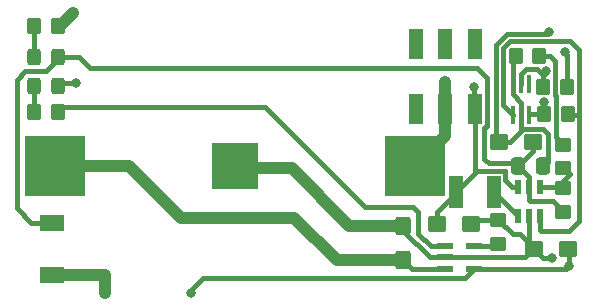
<source format=gbr>
%TF.GenerationSoftware,KiCad,Pcbnew,(6.0.2)*%
%TF.CreationDate,2023-05-04T12:33:08+02:00*%
%TF.ProjectId,ArduBatt,41726475-4261-4747-942e-6b696361645f,rev?*%
%TF.SameCoordinates,Original*%
%TF.FileFunction,Copper,L1,Top*%
%TF.FilePolarity,Positive*%
%FSLAX46Y46*%
G04 Gerber Fmt 4.6, Leading zero omitted, Abs format (unit mm)*
G04 Created by KiCad (PCBNEW (6.0.2)) date 2023-05-04 12:33:08*
%MOMM*%
%LPD*%
G01*
G04 APERTURE LIST*
G04 Aperture macros list*
%AMRoundRect*
0 Rectangle with rounded corners*
0 $1 Rounding radius*
0 $2 $3 $4 $5 $6 $7 $8 $9 X,Y pos of 4 corners*
0 Add a 4 corners polygon primitive as box body*
4,1,4,$2,$3,$4,$5,$6,$7,$8,$9,$2,$3,0*
0 Add four circle primitives for the rounded corners*
1,1,$1+$1,$2,$3*
1,1,$1+$1,$4,$5*
1,1,$1+$1,$6,$7*
1,1,$1+$1,$8,$9*
0 Add four rect primitives between the rounded corners*
20,1,$1+$1,$2,$3,$4,$5,0*
20,1,$1+$1,$4,$5,$6,$7,0*
20,1,$1+$1,$6,$7,$8,$9,0*
20,1,$1+$1,$8,$9,$2,$3,0*%
G04 Aperture macros list end*
%TA.AperFunction,SMDPad,CuDef*%
%ADD10RoundRect,0.250000X-0.337500X-0.475000X0.337500X-0.475000X0.337500X0.475000X-0.337500X0.475000X0*%
%TD*%
%TA.AperFunction,SMDPad,CuDef*%
%ADD11R,2.100000X1.400000*%
%TD*%
%TA.AperFunction,SMDPad,CuDef*%
%ADD12RoundRect,0.250000X0.425000X-0.537500X0.425000X0.537500X-0.425000X0.537500X-0.425000X-0.537500X0*%
%TD*%
%TA.AperFunction,SMDPad,CuDef*%
%ADD13RoundRect,0.250000X-0.325000X-0.450000X0.325000X-0.450000X0.325000X0.450000X-0.325000X0.450000X0*%
%TD*%
%TA.AperFunction,SMDPad,CuDef*%
%ADD14RoundRect,0.250000X-0.450000X0.350000X-0.450000X-0.350000X0.450000X-0.350000X0.450000X0.350000X0*%
%TD*%
%TA.AperFunction,SMDPad,CuDef*%
%ADD15RoundRect,0.250000X0.350000X0.450000X-0.350000X0.450000X-0.350000X-0.450000X0.350000X-0.450000X0*%
%TD*%
%TA.AperFunction,SMDPad,CuDef*%
%ADD16RoundRect,0.250000X0.537500X0.425000X-0.537500X0.425000X-0.537500X-0.425000X0.537500X-0.425000X0*%
%TD*%
%TA.AperFunction,SMDPad,CuDef*%
%ADD17R,1.400000X0.600000*%
%TD*%
%TA.AperFunction,SMDPad,CuDef*%
%ADD18RoundRect,0.250000X-0.350000X-0.450000X0.350000X-0.450000X0.350000X0.450000X-0.350000X0.450000X0*%
%TD*%
%TA.AperFunction,SMDPad,CuDef*%
%ADD19RoundRect,0.250000X-0.537500X-0.425000X0.537500X-0.425000X0.537500X0.425000X-0.537500X0.425000X0*%
%TD*%
%TA.AperFunction,SMDPad,CuDef*%
%ADD20R,1.200000X2.500000*%
%TD*%
%TA.AperFunction,SMDPad,CuDef*%
%ADD21R,0.400000X1.500000*%
%TD*%
%TA.AperFunction,SMDPad,CuDef*%
%ADD22RoundRect,0.250000X0.450000X-0.350000X0.450000X0.350000X-0.450000X0.350000X-0.450000X-0.350000X0*%
%TD*%
%TA.AperFunction,SMDPad,CuDef*%
%ADD23R,0.600000X1.200000*%
%TD*%
%TA.AperFunction,SMDPad,CuDef*%
%ADD24R,1.143000X2.692400*%
%TD*%
%TA.AperFunction,SMDPad,CuDef*%
%ADD25R,5.080000X5.080000*%
%TD*%
%TA.AperFunction,SMDPad,CuDef*%
%ADD26R,3.960000X3.960000*%
%TD*%
%TA.AperFunction,ViaPad*%
%ADD27C,0.800000*%
%TD*%
%TA.AperFunction,Conductor*%
%ADD28C,0.400000*%
%TD*%
%TA.AperFunction,Conductor*%
%ADD29C,1.000000*%
%TD*%
G04 APERTURE END LIST*
D10*
%TO.P,C5,1*%
%TO.N,+5V*%
X147962500Y-79000000D03*
%TO.P,C5,2*%
%TO.N,GND*%
X150037500Y-79000000D03*
%TD*%
D11*
%TO.P,D2,1,K*%
%TO.N,Net-(D2-Pad1)*%
X108500000Y-88200000D03*
%TO.P,D2,2,A*%
%TO.N,+5V*%
X108500000Y-83800000D03*
%TD*%
D12*
%TO.P,C4,1*%
%TO.N,+BATT*%
X138250000Y-86937500D03*
%TO.P,C4,2*%
%TO.N,GND*%
X138250000Y-84062500D03*
%TD*%
D13*
%TO.P,D1,1,K*%
%TO.N,Net-(D1-Pad1)*%
X106975000Y-69750000D03*
%TO.P,D1,2,A*%
%TO.N,+5V*%
X109025000Y-69750000D03*
%TD*%
D14*
%TO.P,R8,1*%
%TO.N,GND*%
X146300000Y-83600000D03*
%TO.P,R8,2*%
%TO.N,Net-(IC3-Pad5)*%
X146300000Y-85600000D03*
%TD*%
D15*
%TO.P,R4,1*%
%TO.N,GND*%
X109000000Y-67200000D03*
%TO.P,R4,2*%
%TO.N,Net-(D1-Pad1)*%
X107000000Y-67200000D03*
%TD*%
D16*
%TO.P,C1,1*%
%TO.N,+5V*%
X149237500Y-77000000D03*
%TO.P,C1,2*%
%TO.N,GND*%
X146362500Y-77000000D03*
%TD*%
D17*
%TO.P,IC3,1,STAT*%
%TO.N,Net-(IC3-Pad1)*%
X141750000Y-85800000D03*
%TO.P,IC3,2,VSS*%
%TO.N,GND*%
X141750000Y-86750000D03*
%TO.P,IC3,3,VBAT*%
%TO.N,+BATT*%
X141750000Y-87700000D03*
%TO.P,IC3,4,VDD*%
%TO.N,VBUS*%
X144250000Y-87700000D03*
%TO.P,IC3,5,PROG*%
%TO.N,Net-(IC3-Pad5)*%
X144250000Y-85800000D03*
%TD*%
D18*
%TO.P,R6,1*%
%TO.N,VBUS*%
X150100000Y-72300000D03*
%TO.P,R6,2*%
%TO.N,GND*%
X152100000Y-72300000D03*
%TD*%
D19*
%TO.P,C2,1*%
%TO.N,/+BattSw*%
X141062500Y-83900000D03*
%TO.P,C2,2*%
%TO.N,GND*%
X143937500Y-83900000D03*
%TD*%
D20*
%TO.P,S1,1,1*%
%TO.N,unconnected-(S1-Pad1)*%
X139300000Y-74150000D03*
%TO.P,S1,2,2*%
%TO.N,+BATT*%
X141800000Y-74150000D03*
%TO.P,S1,3,3*%
%TO.N,/+BattSw*%
X144300000Y-74150000D03*
%TO.P,S1,4,4*%
%TO.N,unconnected-(S1-Pad4)*%
X144300000Y-68650000D03*
%TO.P,S1,5,5*%
%TO.N,unconnected-(S1-Pad5)*%
X141800000Y-68650000D03*
%TO.P,S1,6,6*%
%TO.N,unconnected-(S1-Pad6)*%
X139300000Y-68650000D03*
%TD*%
D21*
%TO.P,IC2,1,NC*%
%TO.N,unconnected-(IC2-Pad1)*%
X148850000Y-72070000D03*
%TO.P,IC2,2,A*%
%TO.N,VBUS*%
X148200000Y-72070000D03*
%TO.P,IC2,3,GND*%
%TO.N,GND*%
X147550000Y-72070000D03*
%TO.P,IC2,4,Y*%
%TO.N,Net-(IC1-Pad3)*%
X147550000Y-74730000D03*
%TO.P,IC2,5,VCC*%
%TO.N,/+BattSw*%
X148850000Y-74730000D03*
%TD*%
D22*
%TO.P,R3,1*%
%TO.N,Net-(IC1-Pad4)*%
X151800000Y-79200000D03*
%TO.P,R3,2*%
%TO.N,Net-(R3-Pad2)*%
X151800000Y-77200000D03*
%TD*%
D23*
%TO.P,IC1,6,VBAT*%
%TO.N,/+BattSw*%
X147950000Y-80750000D03*
%TO.P,IC1,5,VOUT*%
%TO.N,+5V*%
X148900000Y-80750000D03*
%TO.P,IC1,4,FB*%
%TO.N,Net-(IC1-Pad4)*%
X149850000Y-80750000D03*
%TO.P,IC1,3,EN*%
%TO.N,Net-(IC1-Pad3)*%
X149850000Y-83250000D03*
%TO.P,IC1,2,GND*%
%TO.N,GND*%
X148900000Y-83250000D03*
%TO.P,IC1,1,SW*%
%TO.N,Net-(IC1-Pad1)*%
X147950000Y-83250000D03*
%TD*%
D24*
%TO.P,L1,2*%
%TO.N,Net-(IC1-Pad1)*%
X145925600Y-81200000D03*
%TO.P,L1,1*%
%TO.N,/+BattSw*%
X142674400Y-81200000D03*
%TD*%
D25*
%TO.P,U1,1,1*%
%TO.N,+BATT*%
X139240000Y-79000000D03*
%TO.P,U1,2,2*%
X108760000Y-79000000D03*
D26*
%TO.P,U1,3,NEG._CONTACT_PAD*%
%TO.N,GND*%
X124000000Y-79000000D03*
%TD*%
D16*
%TO.P,C3,1*%
%TO.N,VBUS*%
X152187500Y-86000000D03*
%TO.P,C3,2*%
%TO.N,GND*%
X149312500Y-86000000D03*
%TD*%
D15*
%TO.P,R2,1*%
%TO.N,Net-(IC1-Pad3)*%
X152200000Y-74600000D03*
%TO.P,R2,2*%
%TO.N,/+BattSw*%
X150200000Y-74600000D03*
%TD*%
D22*
%TO.P,R1,1*%
%TO.N,+5V*%
X151800000Y-82900000D03*
%TO.P,R1,2*%
%TO.N,Net-(IC1-Pad4)*%
X151800000Y-80900000D03*
%TD*%
D15*
%TO.P,R5,1*%
%TO.N,Net-(R3-Pad2)*%
X149768750Y-69681250D03*
%TO.P,R5,2*%
%TO.N,GND*%
X147768750Y-69681250D03*
%TD*%
D13*
%TO.P,D3,1,K*%
%TO.N,Net-(D3-Pad1)*%
X106975000Y-72250000D03*
%TO.P,D3,2,A*%
%TO.N,VBUS*%
X109025000Y-72250000D03*
%TD*%
D15*
%TO.P,R7,1*%
%TO.N,Net-(IC3-Pad1)*%
X109000000Y-74400000D03*
%TO.P,R7,2*%
%TO.N,Net-(D3-Pad1)*%
X107000000Y-74400000D03*
%TD*%
D27*
%TO.N,GND*%
X151900000Y-69400000D03*
X110300000Y-66100000D03*
X150800000Y-86800000D03*
X127200000Y-79200000D03*
X150600000Y-67631750D03*
%TO.N,/+BattSw*%
X144200000Y-72300000D03*
X150200000Y-73599500D03*
%TO.N,VBUS*%
X150300000Y-71000000D03*
X120250000Y-89750000D03*
X152250000Y-87500000D03*
X110500000Y-72000000D03*
%TO.N,+BATT*%
X109499520Y-79000000D03*
X141800000Y-71900000D03*
%TO.N,Net-(D2-Pad1)*%
X113000000Y-89750000D03*
%TD*%
D28*
%TO.N,GND*%
X144237500Y-83600000D02*
X143937500Y-83900000D01*
X146300000Y-83600000D02*
X144237500Y-83600000D01*
%TO.N,/+BattSw*%
X142674400Y-81327611D02*
X142674400Y-81200000D01*
X141062500Y-83900000D02*
X141062500Y-82939511D01*
X141062500Y-82939511D02*
X142674400Y-81327611D01*
%TO.N,Net-(IC3-Pad1)*%
X126500000Y-74000000D02*
X109400000Y-74000000D01*
X135000000Y-82500000D02*
X126500000Y-74000000D01*
X109400000Y-74000000D02*
X109000000Y-74400000D01*
X139500000Y-82900000D02*
X139100000Y-82500000D01*
X140550000Y-85800000D02*
X139500000Y-84750000D01*
X141750000Y-85800000D02*
X140550000Y-85800000D01*
X139500000Y-84750000D02*
X139500000Y-82900000D01*
X139100000Y-82500000D02*
X135000000Y-82500000D01*
D29*
%TO.N,Net-(D2-Pad1)*%
X113000000Y-88250000D02*
X112950000Y-88200000D01*
X113000000Y-89750000D02*
X113000000Y-88250000D01*
X112950000Y-88200000D02*
X108500000Y-88200000D01*
D28*
%TO.N,+5V*%
X106700000Y-83800000D02*
X108500000Y-83800000D01*
X109025000Y-69975000D02*
X109025000Y-69750000D01*
X106250000Y-71000000D02*
X108000000Y-71000000D01*
X105500000Y-71750000D02*
X106250000Y-71000000D01*
X108000000Y-71000000D02*
X109025000Y-69975000D01*
X105500000Y-82600000D02*
X105500000Y-71750000D01*
X106700000Y-83800000D02*
X105500000Y-82600000D01*
%TO.N,GND*%
X148400000Y-75900000D02*
X148249511Y-76050489D01*
X150100000Y-75900000D02*
X148400000Y-75900000D01*
X150500000Y-76300000D02*
X150100000Y-75900000D01*
X150500000Y-78700000D02*
X150500000Y-76300000D01*
X150200000Y-79000000D02*
X150500000Y-78700000D01*
X150037500Y-79000000D02*
X150200000Y-79000000D01*
%TO.N,+5V*%
X110750000Y-69750000D02*
X109025000Y-69750000D01*
X111750000Y-70750000D02*
X110750000Y-69750000D01*
X144450000Y-70750000D02*
X111750000Y-70750000D01*
X145299511Y-71599511D02*
X144450000Y-70750000D01*
X145299511Y-75600000D02*
X145299511Y-71599511D01*
X145100000Y-75799511D02*
X145299511Y-75600000D01*
X145500000Y-78800000D02*
X145100000Y-78400000D01*
X147500000Y-78800000D02*
X145500000Y-78800000D01*
X147962500Y-79000000D02*
X147700000Y-79000000D01*
X149237500Y-77000000D02*
X149237500Y-77725000D01*
X148900000Y-79937500D02*
X147962500Y-79000000D01*
X148900000Y-80750000D02*
X148900000Y-79937500D01*
X145100000Y-78400000D02*
X145100000Y-75799511D01*
X149237500Y-77725000D02*
X147962500Y-79000000D01*
X147700000Y-79000000D02*
X147500000Y-78800000D01*
%TO.N,/+BattSw*%
X144420111Y-79454289D02*
X144300000Y-79574400D01*
X146896611Y-79454289D02*
X144420111Y-79454289D01*
X147450000Y-80750000D02*
X146896611Y-80196611D01*
X146896611Y-80196611D02*
X146896611Y-79454289D01*
X147950000Y-80750000D02*
X147450000Y-80750000D01*
%TO.N,GND*%
X146100480Y-76737980D02*
X146362500Y-77000000D01*
X146100480Y-68751670D02*
X146100480Y-76737980D01*
X147020420Y-67831730D02*
X146100480Y-68751670D01*
X150400020Y-67831730D02*
X147020420Y-67831730D01*
X150600000Y-67631750D02*
X150400020Y-67831730D01*
%TO.N,+5V*%
X149237500Y-77000000D02*
X149237500Y-76730722D01*
X149237500Y-76730722D02*
X149106778Y-76600000D01*
%TO.N,GND*%
X146362500Y-77000000D02*
X147300000Y-77000000D01*
X147300000Y-77000000D02*
X148249511Y-76050489D01*
%TO.N,Net-(IC1-Pad1)*%
X145925600Y-81225600D02*
X145925600Y-81200000D01*
X147950000Y-83250000D02*
X145925600Y-81225600D01*
%TO.N,/+BattSw*%
X144300000Y-78974400D02*
X144300000Y-79574400D01*
X144300000Y-79574400D02*
X142674400Y-81200000D01*
X144300000Y-78974400D02*
X144300000Y-74150000D01*
X142674400Y-80325600D02*
X142674400Y-81200000D01*
%TO.N,GND*%
X147550000Y-72950000D02*
X147550000Y-72070000D01*
X148249511Y-73649511D02*
X147550000Y-72950000D01*
X148249511Y-76050489D02*
X148249511Y-73649511D01*
%TO.N,Net-(IC3-Pad5)*%
X146100000Y-85800000D02*
X146300000Y-85600000D01*
X144250000Y-85800000D02*
X146100000Y-85800000D01*
%TO.N,GND*%
X148112500Y-84800000D02*
X149312500Y-86000000D01*
X147500000Y-84800000D02*
X148112500Y-84800000D01*
X146300000Y-83600000D02*
X147500000Y-84800000D01*
X148900000Y-83250000D02*
X148900000Y-85587500D01*
X148900000Y-85587500D02*
X149312500Y-86000000D01*
%TO.N,+5V*%
X150900000Y-82000000D02*
X151800000Y-82900000D01*
X149000000Y-82000000D02*
X150900000Y-82000000D01*
X148900000Y-81900000D02*
X149000000Y-82000000D01*
X148900000Y-80750000D02*
X148900000Y-81900000D01*
%TO.N,Net-(IC1-Pad4)*%
X152300000Y-79700000D02*
X152400000Y-79700000D01*
X151800000Y-80300000D02*
X151800000Y-80900000D01*
X151800000Y-79200000D02*
X152300000Y-79700000D01*
X152400000Y-79700000D02*
X151800000Y-80300000D01*
X151650000Y-80750000D02*
X151800000Y-80900000D01*
X149850000Y-80750000D02*
X151650000Y-80750000D01*
%TO.N,Net-(IC1-Pad3)*%
X149850000Y-84450000D02*
X149850000Y-83250000D01*
X149925000Y-84525000D02*
X149850000Y-84450000D01*
X153099520Y-83675480D02*
X152250000Y-84525000D01*
X153099520Y-74699520D02*
X153099520Y-83675480D01*
%TO.N,/+BattSw*%
X147900000Y-80800000D02*
X147950000Y-80750000D01*
%TO.N,Net-(IC1-Pad3)*%
X152250000Y-84525000D02*
X149925000Y-84525000D01*
D29*
%TO.N,GND*%
X127200000Y-79200000D02*
X128800000Y-79200000D01*
D28*
X147550000Y-69900000D02*
X147550000Y-72070000D01*
D29*
X124200000Y-79200000D02*
X124000000Y-79000000D01*
D28*
X140500000Y-86750000D02*
X138250000Y-84500000D01*
X149312500Y-86000000D02*
X148562500Y-86750000D01*
X150112500Y-86800000D02*
X149312500Y-86000000D01*
X138250000Y-84500000D02*
X138250000Y-84062500D01*
X150800000Y-86800000D02*
X150112500Y-86800000D01*
D29*
X109000000Y-67200000D02*
X109200000Y-67200000D01*
D28*
X152100000Y-69600000D02*
X151900000Y-69400000D01*
X141750000Y-86750000D02*
X140500000Y-86750000D01*
X152100000Y-72300000D02*
X152100000Y-69600000D01*
D29*
X109200000Y-67200000D02*
X110300000Y-66100000D01*
D28*
X147768750Y-69681250D02*
X147620901Y-69681250D01*
D29*
X128800000Y-79200000D02*
X133662500Y-84062500D01*
X127200000Y-79200000D02*
X124200000Y-79200000D01*
X133662500Y-84062500D02*
X138250000Y-84062500D01*
D28*
X148562500Y-86750000D02*
X141750000Y-86750000D01*
X147768750Y-69681250D02*
X147550000Y-69900000D01*
%TO.N,/+BattSw*%
X148980000Y-74600000D02*
X148850000Y-74730000D01*
X150200000Y-74600000D02*
X148980000Y-74600000D01*
X150200000Y-73599500D02*
X150200000Y-74600000D01*
X144200000Y-74050000D02*
X144300000Y-74150000D01*
X144200000Y-72300000D02*
X144200000Y-74050000D01*
%TO.N,VBUS*%
X152250000Y-87500000D02*
X152000000Y-87750000D01*
X152000000Y-87750000D02*
X144300000Y-87750000D01*
X149600000Y-70800000D02*
X148600000Y-70800000D01*
X150300000Y-71000000D02*
X150300000Y-71100000D01*
X109275000Y-72000000D02*
X109025000Y-72250000D01*
X150300000Y-71100000D02*
X150100000Y-71300000D01*
X148600000Y-70800000D02*
X148200000Y-71200000D01*
X120250000Y-89750000D02*
X120250000Y-89500000D01*
X121250000Y-88500000D02*
X143450000Y-88500000D01*
X144300000Y-87750000D02*
X144250000Y-87700000D01*
X148200000Y-71200000D02*
X148200000Y-72070000D01*
X120250000Y-89500000D02*
X121250000Y-88500000D01*
X152250000Y-86062500D02*
X152187500Y-86000000D01*
X143450000Y-88500000D02*
X144250000Y-87700000D01*
X150100000Y-72300000D02*
X150100000Y-71300000D01*
X110500000Y-72000000D02*
X109275000Y-72000000D01*
X150100000Y-71300000D02*
X149600000Y-70800000D01*
X152250000Y-87500000D02*
X152250000Y-86062500D01*
D29*
%TO.N,+BATT*%
X119400000Y-83400000D02*
X129000000Y-83400000D01*
X115000000Y-79000000D02*
X119400000Y-83400000D01*
X132600000Y-87000000D02*
X138187500Y-87000000D01*
X129000000Y-83400000D02*
X132600000Y-87000000D01*
X138187500Y-87000000D02*
X138250000Y-86937500D01*
X108760000Y-79000000D02*
X115000000Y-79000000D01*
D28*
X141750000Y-87700000D02*
X139012500Y-87700000D01*
D29*
X141800000Y-76440000D02*
X140088188Y-78151812D01*
X141800000Y-74150000D02*
X141800000Y-76440000D01*
X141800000Y-71900000D02*
X141800000Y-74150000D01*
D28*
X139012500Y-87700000D02*
X138250000Y-86937500D01*
%TO.N,Net-(D1-Pad1)*%
X107000000Y-69725000D02*
X106975000Y-69750000D01*
X107000000Y-67200000D02*
X107000000Y-69725000D01*
%TO.N,Net-(D3-Pad1)*%
X107000000Y-72275000D02*
X106975000Y-72250000D01*
X107000000Y-74400000D02*
X107000000Y-72275000D01*
%TO.N,Net-(IC1-Pad3)*%
X153099520Y-69199520D02*
X153099520Y-74699520D01*
X146700000Y-69000000D02*
X147268750Y-68431250D01*
X146700000Y-73880000D02*
X146700000Y-69000000D01*
X147550000Y-74730000D02*
X146700000Y-73880000D01*
X153099520Y-74699520D02*
X152299520Y-74699520D01*
X152299520Y-74699520D02*
X152200000Y-74600000D01*
X147268750Y-68431250D02*
X152331250Y-68431250D01*
X152331250Y-68431250D02*
X153099520Y-69199520D01*
%TO.N,Net-(R3-Pad2)*%
X150681250Y-69681250D02*
X149768750Y-69681250D01*
X151199520Y-73118079D02*
X151100480Y-73019039D01*
X151199520Y-76599520D02*
X151199520Y-73118079D01*
X151100480Y-70100480D02*
X150681250Y-69681250D01*
X151100480Y-73019039D02*
X151100480Y-70100480D01*
X151800000Y-77200000D02*
X151199520Y-76599520D01*
%TD*%
M02*

</source>
